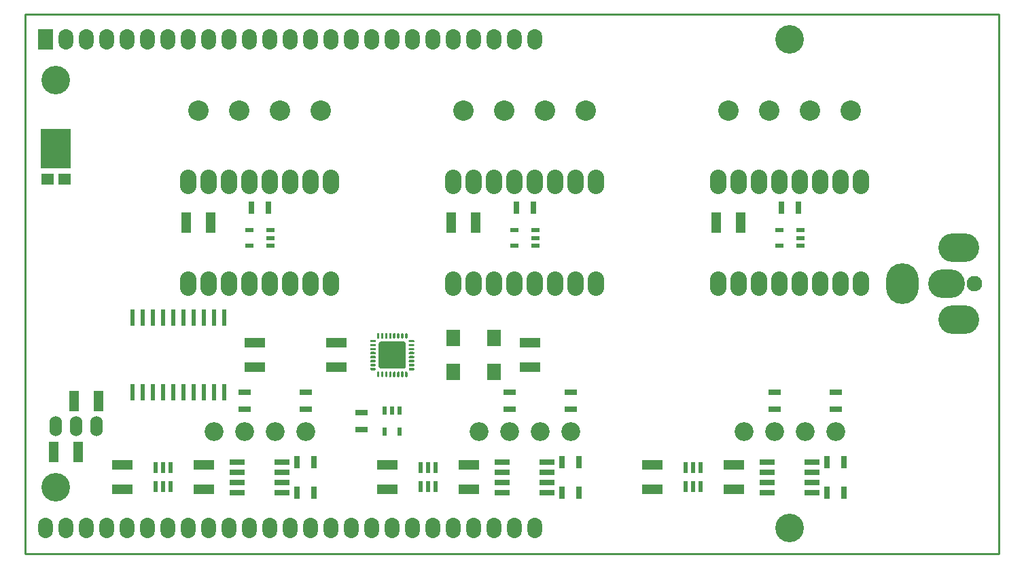
<source format=gbs>
%TF.GenerationSoftware,KiCad,Pcbnew,5.1.0-unknown-2447933~82~ubuntu18.04.1*%
%TF.CreationDate,2019-04-02T11:04:36-04:00*%
%TF.ProjectId,stepper_controller_5x3,73746570-7065-4725-9f63-6f6e74726f6c,1.2*%
%TF.SameCoordinates,Original*%
%TF.FileFunction,Soldermask,Bot*%
%TF.FilePolarity,Negative*%
%FSLAX46Y46*%
G04 Gerber Fmt 4.6, Leading zero omitted, Abs format (unit mm)*
G04 Created by KiCad (PCBNEW 5.1.0-unknown-2447933~82~ubuntu18.04.1) date 2019-04-02 11:04:36*
%MOMM*%
%LPD*%
G04 APERTURE LIST*
%ADD10C,0.228600*%
%ADD11C,0.100000*%
%ADD12C,3.400001*%
%ADD13C,0.300000*%
%ADD14O,2.032000X3.048000*%
%ADD15O,1.854200X2.540000*%
%ADD16C,3.556000*%
%ADD17R,1.854200X2.540000*%
%ADD18R,2.540000X1.270000*%
%ADD19R,1.270000X2.540000*%
%ADD20R,1.800000X2.000000*%
%ADD21R,1.600000X1.440000*%
%ADD22R,3.800000X4.960000*%
%ADD23O,5.080000X3.556000*%
%ADD24O,4.064000X5.080000*%
%ADD25O,4.572000X3.556000*%
%ADD26C,1.930400*%
%ADD27O,1.524000X2.540000*%
%ADD28R,1.600200X0.787400*%
%ADD29R,0.787400X1.600200*%
%ADD30R,1.100000X0.600000*%
%ADD31R,1.910000X0.640000*%
%ADD32R,0.558800X1.330960*%
%ADD33C,2.540000*%
%ADD34C,2.340000*%
%ADD35R,0.600000X1.100000*%
%ADD36R,0.600000X2.000000*%
G04 APERTURE END LIST*
D10*
X191135000Y-71755000D02*
X69850000Y-71755000D01*
X191135000Y-139065000D02*
X191135000Y-71755000D01*
X69850000Y-139065000D02*
X191135000Y-139065000D01*
X69850000Y-71755000D02*
X69850000Y-139065000D01*
D11*
%TO.C,U1*%
G36*
X116963326Y-112601637D02*
G01*
X116996331Y-112606533D01*
X117028697Y-112614640D01*
X117060112Y-112625881D01*
X117090275Y-112640147D01*
X117118894Y-112657300D01*
X117145694Y-112677176D01*
X117170416Y-112699584D01*
X117192824Y-112724306D01*
X117212700Y-112751106D01*
X117229853Y-112779725D01*
X117244119Y-112809888D01*
X117255360Y-112841303D01*
X117263467Y-112873669D01*
X117268363Y-112906674D01*
X117270000Y-112940000D01*
X117270000Y-115660000D01*
X117268363Y-115693326D01*
X117263467Y-115726331D01*
X117255360Y-115758697D01*
X117244119Y-115790112D01*
X117229853Y-115820275D01*
X117212700Y-115848894D01*
X117192824Y-115875694D01*
X117170416Y-115900416D01*
X117145694Y-115922824D01*
X117118894Y-115942700D01*
X117090275Y-115959853D01*
X117060112Y-115974119D01*
X117028697Y-115985360D01*
X116996331Y-115993467D01*
X116963326Y-115998363D01*
X116930000Y-116000000D01*
X114210000Y-116000000D01*
X114176674Y-115998363D01*
X114143669Y-115993467D01*
X114111303Y-115985360D01*
X114079888Y-115974119D01*
X114049725Y-115959853D01*
X114021106Y-115942700D01*
X113994306Y-115922824D01*
X113969584Y-115900416D01*
X113947176Y-115875694D01*
X113927300Y-115848894D01*
X113910147Y-115820275D01*
X113895881Y-115790112D01*
X113884640Y-115758697D01*
X113876533Y-115726331D01*
X113871637Y-115693326D01*
X113870000Y-115660000D01*
X113870000Y-112940000D01*
X113871637Y-112906674D01*
X113876533Y-112873669D01*
X113884640Y-112841303D01*
X113895881Y-112809888D01*
X113910147Y-112779725D01*
X113927300Y-112751106D01*
X113947176Y-112724306D01*
X113969584Y-112699584D01*
X113994306Y-112677176D01*
X114021106Y-112657300D01*
X114049725Y-112640147D01*
X114079888Y-112625881D01*
X114111303Y-112614640D01*
X114143669Y-112606533D01*
X114176674Y-112601637D01*
X114210000Y-112600000D01*
X116930000Y-112600000D01*
X116963326Y-112601637D01*
X116963326Y-112601637D01*
G37*
D12*
X115570000Y-114300000D03*
D11*
G36*
X113834704Y-111550722D02*
G01*
X113849265Y-111552882D01*
X113863544Y-111556459D01*
X113877404Y-111561418D01*
X113890711Y-111567712D01*
X113903337Y-111575280D01*
X113915160Y-111584048D01*
X113926067Y-111593934D01*
X113935953Y-111604841D01*
X113944721Y-111616664D01*
X113952289Y-111629290D01*
X113958583Y-111642597D01*
X113963542Y-111656457D01*
X113967119Y-111670736D01*
X113969279Y-111685297D01*
X113970001Y-111700000D01*
X113970001Y-112100000D01*
X113969279Y-112114703D01*
X113967119Y-112129264D01*
X113963542Y-112143543D01*
X113958583Y-112157403D01*
X113952289Y-112170710D01*
X113944721Y-112183336D01*
X113935953Y-112195159D01*
X113926067Y-112206066D01*
X113915160Y-112215952D01*
X113903337Y-112224720D01*
X113890711Y-112232288D01*
X113877404Y-112238582D01*
X113863544Y-112243541D01*
X113849265Y-112247118D01*
X113834704Y-112249278D01*
X113820001Y-112250000D01*
X113819999Y-112250000D01*
X113805296Y-112249278D01*
X113790735Y-112247118D01*
X113776456Y-112243541D01*
X113762596Y-112238582D01*
X113749289Y-112232288D01*
X113736663Y-112224720D01*
X113724840Y-112215952D01*
X113713933Y-112206066D01*
X113704047Y-112195159D01*
X113695279Y-112183336D01*
X113687711Y-112170710D01*
X113681417Y-112157403D01*
X113676458Y-112143543D01*
X113672881Y-112129264D01*
X113670721Y-112114703D01*
X113669999Y-112100000D01*
X113669999Y-111700000D01*
X113670721Y-111685297D01*
X113672881Y-111670736D01*
X113676458Y-111656457D01*
X113681417Y-111642597D01*
X113687711Y-111629290D01*
X113695279Y-111616664D01*
X113704047Y-111604841D01*
X113713933Y-111593934D01*
X113724840Y-111584048D01*
X113736663Y-111575280D01*
X113749289Y-111567712D01*
X113762596Y-111561418D01*
X113776456Y-111556459D01*
X113790735Y-111552882D01*
X113805296Y-111550722D01*
X113819999Y-111550000D01*
X113820001Y-111550000D01*
X113834704Y-111550722D01*
X113834704Y-111550722D01*
G37*
D13*
X113820000Y-111900000D03*
D11*
G36*
X114334704Y-111550722D02*
G01*
X114349265Y-111552882D01*
X114363544Y-111556459D01*
X114377404Y-111561418D01*
X114390711Y-111567712D01*
X114403337Y-111575280D01*
X114415160Y-111584048D01*
X114426067Y-111593934D01*
X114435953Y-111604841D01*
X114444721Y-111616664D01*
X114452289Y-111629290D01*
X114458583Y-111642597D01*
X114463542Y-111656457D01*
X114467119Y-111670736D01*
X114469279Y-111685297D01*
X114470001Y-111700000D01*
X114470001Y-112100000D01*
X114469279Y-112114703D01*
X114467119Y-112129264D01*
X114463542Y-112143543D01*
X114458583Y-112157403D01*
X114452289Y-112170710D01*
X114444721Y-112183336D01*
X114435953Y-112195159D01*
X114426067Y-112206066D01*
X114415160Y-112215952D01*
X114403337Y-112224720D01*
X114390711Y-112232288D01*
X114377404Y-112238582D01*
X114363544Y-112243541D01*
X114349265Y-112247118D01*
X114334704Y-112249278D01*
X114320001Y-112250000D01*
X114319999Y-112250000D01*
X114305296Y-112249278D01*
X114290735Y-112247118D01*
X114276456Y-112243541D01*
X114262596Y-112238582D01*
X114249289Y-112232288D01*
X114236663Y-112224720D01*
X114224840Y-112215952D01*
X114213933Y-112206066D01*
X114204047Y-112195159D01*
X114195279Y-112183336D01*
X114187711Y-112170710D01*
X114181417Y-112157403D01*
X114176458Y-112143543D01*
X114172881Y-112129264D01*
X114170721Y-112114703D01*
X114169999Y-112100000D01*
X114169999Y-111700000D01*
X114170721Y-111685297D01*
X114172881Y-111670736D01*
X114176458Y-111656457D01*
X114181417Y-111642597D01*
X114187711Y-111629290D01*
X114195279Y-111616664D01*
X114204047Y-111604841D01*
X114213933Y-111593934D01*
X114224840Y-111584048D01*
X114236663Y-111575280D01*
X114249289Y-111567712D01*
X114262596Y-111561418D01*
X114276456Y-111556459D01*
X114290735Y-111552882D01*
X114305296Y-111550722D01*
X114319999Y-111550000D01*
X114320001Y-111550000D01*
X114334704Y-111550722D01*
X114334704Y-111550722D01*
G37*
D13*
X114320000Y-111900000D03*
D11*
G36*
X114834704Y-111550722D02*
G01*
X114849265Y-111552882D01*
X114863544Y-111556459D01*
X114877404Y-111561418D01*
X114890711Y-111567712D01*
X114903337Y-111575280D01*
X114915160Y-111584048D01*
X114926067Y-111593934D01*
X114935953Y-111604841D01*
X114944721Y-111616664D01*
X114952289Y-111629290D01*
X114958583Y-111642597D01*
X114963542Y-111656457D01*
X114967119Y-111670736D01*
X114969279Y-111685297D01*
X114970001Y-111700000D01*
X114970001Y-112100000D01*
X114969279Y-112114703D01*
X114967119Y-112129264D01*
X114963542Y-112143543D01*
X114958583Y-112157403D01*
X114952289Y-112170710D01*
X114944721Y-112183336D01*
X114935953Y-112195159D01*
X114926067Y-112206066D01*
X114915160Y-112215952D01*
X114903337Y-112224720D01*
X114890711Y-112232288D01*
X114877404Y-112238582D01*
X114863544Y-112243541D01*
X114849265Y-112247118D01*
X114834704Y-112249278D01*
X114820001Y-112250000D01*
X114819999Y-112250000D01*
X114805296Y-112249278D01*
X114790735Y-112247118D01*
X114776456Y-112243541D01*
X114762596Y-112238582D01*
X114749289Y-112232288D01*
X114736663Y-112224720D01*
X114724840Y-112215952D01*
X114713933Y-112206066D01*
X114704047Y-112195159D01*
X114695279Y-112183336D01*
X114687711Y-112170710D01*
X114681417Y-112157403D01*
X114676458Y-112143543D01*
X114672881Y-112129264D01*
X114670721Y-112114703D01*
X114669999Y-112100000D01*
X114669999Y-111700000D01*
X114670721Y-111685297D01*
X114672881Y-111670736D01*
X114676458Y-111656457D01*
X114681417Y-111642597D01*
X114687711Y-111629290D01*
X114695279Y-111616664D01*
X114704047Y-111604841D01*
X114713933Y-111593934D01*
X114724840Y-111584048D01*
X114736663Y-111575280D01*
X114749289Y-111567712D01*
X114762596Y-111561418D01*
X114776456Y-111556459D01*
X114790735Y-111552882D01*
X114805296Y-111550722D01*
X114819999Y-111550000D01*
X114820001Y-111550000D01*
X114834704Y-111550722D01*
X114834704Y-111550722D01*
G37*
D13*
X114820000Y-111900000D03*
D11*
G36*
X115334704Y-111550722D02*
G01*
X115349265Y-111552882D01*
X115363544Y-111556459D01*
X115377404Y-111561418D01*
X115390711Y-111567712D01*
X115403337Y-111575280D01*
X115415160Y-111584048D01*
X115426067Y-111593934D01*
X115435953Y-111604841D01*
X115444721Y-111616664D01*
X115452289Y-111629290D01*
X115458583Y-111642597D01*
X115463542Y-111656457D01*
X115467119Y-111670736D01*
X115469279Y-111685297D01*
X115470001Y-111700000D01*
X115470001Y-112100000D01*
X115469279Y-112114703D01*
X115467119Y-112129264D01*
X115463542Y-112143543D01*
X115458583Y-112157403D01*
X115452289Y-112170710D01*
X115444721Y-112183336D01*
X115435953Y-112195159D01*
X115426067Y-112206066D01*
X115415160Y-112215952D01*
X115403337Y-112224720D01*
X115390711Y-112232288D01*
X115377404Y-112238582D01*
X115363544Y-112243541D01*
X115349265Y-112247118D01*
X115334704Y-112249278D01*
X115320001Y-112250000D01*
X115319999Y-112250000D01*
X115305296Y-112249278D01*
X115290735Y-112247118D01*
X115276456Y-112243541D01*
X115262596Y-112238582D01*
X115249289Y-112232288D01*
X115236663Y-112224720D01*
X115224840Y-112215952D01*
X115213933Y-112206066D01*
X115204047Y-112195159D01*
X115195279Y-112183336D01*
X115187711Y-112170710D01*
X115181417Y-112157403D01*
X115176458Y-112143543D01*
X115172881Y-112129264D01*
X115170721Y-112114703D01*
X115169999Y-112100000D01*
X115169999Y-111700000D01*
X115170721Y-111685297D01*
X115172881Y-111670736D01*
X115176458Y-111656457D01*
X115181417Y-111642597D01*
X115187711Y-111629290D01*
X115195279Y-111616664D01*
X115204047Y-111604841D01*
X115213933Y-111593934D01*
X115224840Y-111584048D01*
X115236663Y-111575280D01*
X115249289Y-111567712D01*
X115262596Y-111561418D01*
X115276456Y-111556459D01*
X115290735Y-111552882D01*
X115305296Y-111550722D01*
X115319999Y-111550000D01*
X115320001Y-111550000D01*
X115334704Y-111550722D01*
X115334704Y-111550722D01*
G37*
D13*
X115320000Y-111900000D03*
D11*
G36*
X115834704Y-111550722D02*
G01*
X115849265Y-111552882D01*
X115863544Y-111556459D01*
X115877404Y-111561418D01*
X115890711Y-111567712D01*
X115903337Y-111575280D01*
X115915160Y-111584048D01*
X115926067Y-111593934D01*
X115935953Y-111604841D01*
X115944721Y-111616664D01*
X115952289Y-111629290D01*
X115958583Y-111642597D01*
X115963542Y-111656457D01*
X115967119Y-111670736D01*
X115969279Y-111685297D01*
X115970001Y-111700000D01*
X115970001Y-112100000D01*
X115969279Y-112114703D01*
X115967119Y-112129264D01*
X115963542Y-112143543D01*
X115958583Y-112157403D01*
X115952289Y-112170710D01*
X115944721Y-112183336D01*
X115935953Y-112195159D01*
X115926067Y-112206066D01*
X115915160Y-112215952D01*
X115903337Y-112224720D01*
X115890711Y-112232288D01*
X115877404Y-112238582D01*
X115863544Y-112243541D01*
X115849265Y-112247118D01*
X115834704Y-112249278D01*
X115820001Y-112250000D01*
X115819999Y-112250000D01*
X115805296Y-112249278D01*
X115790735Y-112247118D01*
X115776456Y-112243541D01*
X115762596Y-112238582D01*
X115749289Y-112232288D01*
X115736663Y-112224720D01*
X115724840Y-112215952D01*
X115713933Y-112206066D01*
X115704047Y-112195159D01*
X115695279Y-112183336D01*
X115687711Y-112170710D01*
X115681417Y-112157403D01*
X115676458Y-112143543D01*
X115672881Y-112129264D01*
X115670721Y-112114703D01*
X115669999Y-112100000D01*
X115669999Y-111700000D01*
X115670721Y-111685297D01*
X115672881Y-111670736D01*
X115676458Y-111656457D01*
X115681417Y-111642597D01*
X115687711Y-111629290D01*
X115695279Y-111616664D01*
X115704047Y-111604841D01*
X115713933Y-111593934D01*
X115724840Y-111584048D01*
X115736663Y-111575280D01*
X115749289Y-111567712D01*
X115762596Y-111561418D01*
X115776456Y-111556459D01*
X115790735Y-111552882D01*
X115805296Y-111550722D01*
X115819999Y-111550000D01*
X115820001Y-111550000D01*
X115834704Y-111550722D01*
X115834704Y-111550722D01*
G37*
D13*
X115820000Y-111900000D03*
D11*
G36*
X116334704Y-111550722D02*
G01*
X116349265Y-111552882D01*
X116363544Y-111556459D01*
X116377404Y-111561418D01*
X116390711Y-111567712D01*
X116403337Y-111575280D01*
X116415160Y-111584048D01*
X116426067Y-111593934D01*
X116435953Y-111604841D01*
X116444721Y-111616664D01*
X116452289Y-111629290D01*
X116458583Y-111642597D01*
X116463542Y-111656457D01*
X116467119Y-111670736D01*
X116469279Y-111685297D01*
X116470001Y-111700000D01*
X116470001Y-112100000D01*
X116469279Y-112114703D01*
X116467119Y-112129264D01*
X116463542Y-112143543D01*
X116458583Y-112157403D01*
X116452289Y-112170710D01*
X116444721Y-112183336D01*
X116435953Y-112195159D01*
X116426067Y-112206066D01*
X116415160Y-112215952D01*
X116403337Y-112224720D01*
X116390711Y-112232288D01*
X116377404Y-112238582D01*
X116363544Y-112243541D01*
X116349265Y-112247118D01*
X116334704Y-112249278D01*
X116320001Y-112250000D01*
X116319999Y-112250000D01*
X116305296Y-112249278D01*
X116290735Y-112247118D01*
X116276456Y-112243541D01*
X116262596Y-112238582D01*
X116249289Y-112232288D01*
X116236663Y-112224720D01*
X116224840Y-112215952D01*
X116213933Y-112206066D01*
X116204047Y-112195159D01*
X116195279Y-112183336D01*
X116187711Y-112170710D01*
X116181417Y-112157403D01*
X116176458Y-112143543D01*
X116172881Y-112129264D01*
X116170721Y-112114703D01*
X116169999Y-112100000D01*
X116169999Y-111700000D01*
X116170721Y-111685297D01*
X116172881Y-111670736D01*
X116176458Y-111656457D01*
X116181417Y-111642597D01*
X116187711Y-111629290D01*
X116195279Y-111616664D01*
X116204047Y-111604841D01*
X116213933Y-111593934D01*
X116224840Y-111584048D01*
X116236663Y-111575280D01*
X116249289Y-111567712D01*
X116262596Y-111561418D01*
X116276456Y-111556459D01*
X116290735Y-111552882D01*
X116305296Y-111550722D01*
X116319999Y-111550000D01*
X116320001Y-111550000D01*
X116334704Y-111550722D01*
X116334704Y-111550722D01*
G37*
D13*
X116320000Y-111900000D03*
D11*
G36*
X116834704Y-111550722D02*
G01*
X116849265Y-111552882D01*
X116863544Y-111556459D01*
X116877404Y-111561418D01*
X116890711Y-111567712D01*
X116903337Y-111575280D01*
X116915160Y-111584048D01*
X116926067Y-111593934D01*
X116935953Y-111604841D01*
X116944721Y-111616664D01*
X116952289Y-111629290D01*
X116958583Y-111642597D01*
X116963542Y-111656457D01*
X116967119Y-111670736D01*
X116969279Y-111685297D01*
X116970001Y-111700000D01*
X116970001Y-112100000D01*
X116969279Y-112114703D01*
X116967119Y-112129264D01*
X116963542Y-112143543D01*
X116958583Y-112157403D01*
X116952289Y-112170710D01*
X116944721Y-112183336D01*
X116935953Y-112195159D01*
X116926067Y-112206066D01*
X116915160Y-112215952D01*
X116903337Y-112224720D01*
X116890711Y-112232288D01*
X116877404Y-112238582D01*
X116863544Y-112243541D01*
X116849265Y-112247118D01*
X116834704Y-112249278D01*
X116820001Y-112250000D01*
X116819999Y-112250000D01*
X116805296Y-112249278D01*
X116790735Y-112247118D01*
X116776456Y-112243541D01*
X116762596Y-112238582D01*
X116749289Y-112232288D01*
X116736663Y-112224720D01*
X116724840Y-112215952D01*
X116713933Y-112206066D01*
X116704047Y-112195159D01*
X116695279Y-112183336D01*
X116687711Y-112170710D01*
X116681417Y-112157403D01*
X116676458Y-112143543D01*
X116672881Y-112129264D01*
X116670721Y-112114703D01*
X116669999Y-112100000D01*
X116669999Y-111700000D01*
X116670721Y-111685297D01*
X116672881Y-111670736D01*
X116676458Y-111656457D01*
X116681417Y-111642597D01*
X116687711Y-111629290D01*
X116695279Y-111616664D01*
X116704047Y-111604841D01*
X116713933Y-111593934D01*
X116724840Y-111584048D01*
X116736663Y-111575280D01*
X116749289Y-111567712D01*
X116762596Y-111561418D01*
X116776456Y-111556459D01*
X116790735Y-111552882D01*
X116805296Y-111550722D01*
X116819999Y-111550000D01*
X116820001Y-111550000D01*
X116834704Y-111550722D01*
X116834704Y-111550722D01*
G37*
D13*
X116820000Y-111900000D03*
D11*
G36*
X117334704Y-111550722D02*
G01*
X117349265Y-111552882D01*
X117363544Y-111556459D01*
X117377404Y-111561418D01*
X117390711Y-111567712D01*
X117403337Y-111575280D01*
X117415160Y-111584048D01*
X117426067Y-111593934D01*
X117435953Y-111604841D01*
X117444721Y-111616664D01*
X117452289Y-111629290D01*
X117458583Y-111642597D01*
X117463542Y-111656457D01*
X117467119Y-111670736D01*
X117469279Y-111685297D01*
X117470001Y-111700000D01*
X117470001Y-112100000D01*
X117469279Y-112114703D01*
X117467119Y-112129264D01*
X117463542Y-112143543D01*
X117458583Y-112157403D01*
X117452289Y-112170710D01*
X117444721Y-112183336D01*
X117435953Y-112195159D01*
X117426067Y-112206066D01*
X117415160Y-112215952D01*
X117403337Y-112224720D01*
X117390711Y-112232288D01*
X117377404Y-112238582D01*
X117363544Y-112243541D01*
X117349265Y-112247118D01*
X117334704Y-112249278D01*
X117320001Y-112250000D01*
X117319999Y-112250000D01*
X117305296Y-112249278D01*
X117290735Y-112247118D01*
X117276456Y-112243541D01*
X117262596Y-112238582D01*
X117249289Y-112232288D01*
X117236663Y-112224720D01*
X117224840Y-112215952D01*
X117213933Y-112206066D01*
X117204047Y-112195159D01*
X117195279Y-112183336D01*
X117187711Y-112170710D01*
X117181417Y-112157403D01*
X117176458Y-112143543D01*
X117172881Y-112129264D01*
X117170721Y-112114703D01*
X117169999Y-112100000D01*
X117169999Y-111700000D01*
X117170721Y-111685297D01*
X117172881Y-111670736D01*
X117176458Y-111656457D01*
X117181417Y-111642597D01*
X117187711Y-111629290D01*
X117195279Y-111616664D01*
X117204047Y-111604841D01*
X117213933Y-111593934D01*
X117224840Y-111584048D01*
X117236663Y-111575280D01*
X117249289Y-111567712D01*
X117262596Y-111561418D01*
X117276456Y-111556459D01*
X117290735Y-111552882D01*
X117305296Y-111550722D01*
X117319999Y-111550000D01*
X117320001Y-111550000D01*
X117334704Y-111550722D01*
X117334704Y-111550722D01*
G37*
D13*
X117320000Y-111900000D03*
D11*
G36*
X117334704Y-116350722D02*
G01*
X117349265Y-116352882D01*
X117363544Y-116356459D01*
X117377404Y-116361418D01*
X117390711Y-116367712D01*
X117403337Y-116375280D01*
X117415160Y-116384048D01*
X117426067Y-116393934D01*
X117435953Y-116404841D01*
X117444721Y-116416664D01*
X117452289Y-116429290D01*
X117458583Y-116442597D01*
X117463542Y-116456457D01*
X117467119Y-116470736D01*
X117469279Y-116485297D01*
X117470001Y-116500000D01*
X117470001Y-116900000D01*
X117469279Y-116914703D01*
X117467119Y-116929264D01*
X117463542Y-116943543D01*
X117458583Y-116957403D01*
X117452289Y-116970710D01*
X117444721Y-116983336D01*
X117435953Y-116995159D01*
X117426067Y-117006066D01*
X117415160Y-117015952D01*
X117403337Y-117024720D01*
X117390711Y-117032288D01*
X117377404Y-117038582D01*
X117363544Y-117043541D01*
X117349265Y-117047118D01*
X117334704Y-117049278D01*
X117320001Y-117050000D01*
X117319999Y-117050000D01*
X117305296Y-117049278D01*
X117290735Y-117047118D01*
X117276456Y-117043541D01*
X117262596Y-117038582D01*
X117249289Y-117032288D01*
X117236663Y-117024720D01*
X117224840Y-117015952D01*
X117213933Y-117006066D01*
X117204047Y-116995159D01*
X117195279Y-116983336D01*
X117187711Y-116970710D01*
X117181417Y-116957403D01*
X117176458Y-116943543D01*
X117172881Y-116929264D01*
X117170721Y-116914703D01*
X117169999Y-116900000D01*
X117169999Y-116500000D01*
X117170721Y-116485297D01*
X117172881Y-116470736D01*
X117176458Y-116456457D01*
X117181417Y-116442597D01*
X117187711Y-116429290D01*
X117195279Y-116416664D01*
X117204047Y-116404841D01*
X117213933Y-116393934D01*
X117224840Y-116384048D01*
X117236663Y-116375280D01*
X117249289Y-116367712D01*
X117262596Y-116361418D01*
X117276456Y-116356459D01*
X117290735Y-116352882D01*
X117305296Y-116350722D01*
X117319999Y-116350000D01*
X117320001Y-116350000D01*
X117334704Y-116350722D01*
X117334704Y-116350722D01*
G37*
D13*
X117320000Y-116700000D03*
D11*
G36*
X116834704Y-116350722D02*
G01*
X116849265Y-116352882D01*
X116863544Y-116356459D01*
X116877404Y-116361418D01*
X116890711Y-116367712D01*
X116903337Y-116375280D01*
X116915160Y-116384048D01*
X116926067Y-116393934D01*
X116935953Y-116404841D01*
X116944721Y-116416664D01*
X116952289Y-116429290D01*
X116958583Y-116442597D01*
X116963542Y-116456457D01*
X116967119Y-116470736D01*
X116969279Y-116485297D01*
X116970001Y-116500000D01*
X116970001Y-116900000D01*
X116969279Y-116914703D01*
X116967119Y-116929264D01*
X116963542Y-116943543D01*
X116958583Y-116957403D01*
X116952289Y-116970710D01*
X116944721Y-116983336D01*
X116935953Y-116995159D01*
X116926067Y-117006066D01*
X116915160Y-117015952D01*
X116903337Y-117024720D01*
X116890711Y-117032288D01*
X116877404Y-117038582D01*
X116863544Y-117043541D01*
X116849265Y-117047118D01*
X116834704Y-117049278D01*
X116820001Y-117050000D01*
X116819999Y-117050000D01*
X116805296Y-117049278D01*
X116790735Y-117047118D01*
X116776456Y-117043541D01*
X116762596Y-117038582D01*
X116749289Y-117032288D01*
X116736663Y-117024720D01*
X116724840Y-117015952D01*
X116713933Y-117006066D01*
X116704047Y-116995159D01*
X116695279Y-116983336D01*
X116687711Y-116970710D01*
X116681417Y-116957403D01*
X116676458Y-116943543D01*
X116672881Y-116929264D01*
X116670721Y-116914703D01*
X116669999Y-116900000D01*
X116669999Y-116500000D01*
X116670721Y-116485297D01*
X116672881Y-116470736D01*
X116676458Y-116456457D01*
X116681417Y-116442597D01*
X116687711Y-116429290D01*
X116695279Y-116416664D01*
X116704047Y-116404841D01*
X116713933Y-116393934D01*
X116724840Y-116384048D01*
X116736663Y-116375280D01*
X116749289Y-116367712D01*
X116762596Y-116361418D01*
X116776456Y-116356459D01*
X116790735Y-116352882D01*
X116805296Y-116350722D01*
X116819999Y-116350000D01*
X116820001Y-116350000D01*
X116834704Y-116350722D01*
X116834704Y-116350722D01*
G37*
D13*
X116820000Y-116700000D03*
D11*
G36*
X116334704Y-116350722D02*
G01*
X116349265Y-116352882D01*
X116363544Y-116356459D01*
X116377404Y-116361418D01*
X116390711Y-116367712D01*
X116403337Y-116375280D01*
X116415160Y-116384048D01*
X116426067Y-116393934D01*
X116435953Y-116404841D01*
X116444721Y-116416664D01*
X116452289Y-116429290D01*
X116458583Y-116442597D01*
X116463542Y-116456457D01*
X116467119Y-116470736D01*
X116469279Y-116485297D01*
X116470001Y-116500000D01*
X116470001Y-116900000D01*
X116469279Y-116914703D01*
X116467119Y-116929264D01*
X116463542Y-116943543D01*
X116458583Y-116957403D01*
X116452289Y-116970710D01*
X116444721Y-116983336D01*
X116435953Y-116995159D01*
X116426067Y-117006066D01*
X116415160Y-117015952D01*
X116403337Y-117024720D01*
X116390711Y-117032288D01*
X116377404Y-117038582D01*
X116363544Y-117043541D01*
X116349265Y-117047118D01*
X116334704Y-117049278D01*
X116320001Y-117050000D01*
X116319999Y-117050000D01*
X116305296Y-117049278D01*
X116290735Y-117047118D01*
X116276456Y-117043541D01*
X116262596Y-117038582D01*
X116249289Y-117032288D01*
X116236663Y-117024720D01*
X116224840Y-117015952D01*
X116213933Y-117006066D01*
X116204047Y-116995159D01*
X116195279Y-116983336D01*
X116187711Y-116970710D01*
X116181417Y-116957403D01*
X116176458Y-116943543D01*
X116172881Y-116929264D01*
X116170721Y-116914703D01*
X116169999Y-116900000D01*
X116169999Y-116500000D01*
X116170721Y-116485297D01*
X116172881Y-116470736D01*
X116176458Y-116456457D01*
X116181417Y-116442597D01*
X116187711Y-116429290D01*
X116195279Y-116416664D01*
X116204047Y-116404841D01*
X116213933Y-116393934D01*
X116224840Y-116384048D01*
X116236663Y-116375280D01*
X116249289Y-116367712D01*
X116262596Y-116361418D01*
X116276456Y-116356459D01*
X116290735Y-116352882D01*
X116305296Y-116350722D01*
X116319999Y-116350000D01*
X116320001Y-116350000D01*
X116334704Y-116350722D01*
X116334704Y-116350722D01*
G37*
D13*
X116320000Y-116700000D03*
D11*
G36*
X115834704Y-116350722D02*
G01*
X115849265Y-116352882D01*
X115863544Y-116356459D01*
X115877404Y-116361418D01*
X115890711Y-116367712D01*
X115903337Y-116375280D01*
X115915160Y-116384048D01*
X115926067Y-116393934D01*
X115935953Y-116404841D01*
X115944721Y-116416664D01*
X115952289Y-116429290D01*
X115958583Y-116442597D01*
X115963542Y-116456457D01*
X115967119Y-116470736D01*
X115969279Y-116485297D01*
X115970001Y-116500000D01*
X115970001Y-116900000D01*
X115969279Y-116914703D01*
X115967119Y-116929264D01*
X115963542Y-116943543D01*
X115958583Y-116957403D01*
X115952289Y-116970710D01*
X115944721Y-116983336D01*
X115935953Y-116995159D01*
X115926067Y-117006066D01*
X115915160Y-117015952D01*
X115903337Y-117024720D01*
X115890711Y-117032288D01*
X115877404Y-117038582D01*
X115863544Y-117043541D01*
X115849265Y-117047118D01*
X115834704Y-117049278D01*
X115820001Y-117050000D01*
X115819999Y-117050000D01*
X115805296Y-117049278D01*
X115790735Y-117047118D01*
X115776456Y-117043541D01*
X115762596Y-117038582D01*
X115749289Y-117032288D01*
X115736663Y-117024720D01*
X115724840Y-117015952D01*
X115713933Y-117006066D01*
X115704047Y-116995159D01*
X115695279Y-116983336D01*
X115687711Y-116970710D01*
X115681417Y-116957403D01*
X115676458Y-116943543D01*
X115672881Y-116929264D01*
X115670721Y-116914703D01*
X115669999Y-116900000D01*
X115669999Y-116500000D01*
X115670721Y-116485297D01*
X115672881Y-116470736D01*
X115676458Y-116456457D01*
X115681417Y-116442597D01*
X115687711Y-116429290D01*
X115695279Y-116416664D01*
X115704047Y-116404841D01*
X115713933Y-116393934D01*
X115724840Y-116384048D01*
X115736663Y-116375280D01*
X115749289Y-116367712D01*
X115762596Y-116361418D01*
X115776456Y-116356459D01*
X115790735Y-116352882D01*
X115805296Y-116350722D01*
X115819999Y-116350000D01*
X115820001Y-116350000D01*
X115834704Y-116350722D01*
X115834704Y-116350722D01*
G37*
D13*
X115820000Y-116700000D03*
D11*
G36*
X115334704Y-116350722D02*
G01*
X115349265Y-116352882D01*
X115363544Y-116356459D01*
X115377404Y-116361418D01*
X115390711Y-116367712D01*
X115403337Y-116375280D01*
X115415160Y-116384048D01*
X115426067Y-116393934D01*
X115435953Y-116404841D01*
X115444721Y-116416664D01*
X115452289Y-116429290D01*
X115458583Y-116442597D01*
X115463542Y-116456457D01*
X115467119Y-116470736D01*
X115469279Y-116485297D01*
X115470001Y-116500000D01*
X115470001Y-116900000D01*
X115469279Y-116914703D01*
X115467119Y-116929264D01*
X115463542Y-116943543D01*
X115458583Y-116957403D01*
X115452289Y-116970710D01*
X115444721Y-116983336D01*
X115435953Y-116995159D01*
X115426067Y-117006066D01*
X115415160Y-117015952D01*
X115403337Y-117024720D01*
X115390711Y-117032288D01*
X115377404Y-117038582D01*
X115363544Y-117043541D01*
X115349265Y-117047118D01*
X115334704Y-117049278D01*
X115320001Y-117050000D01*
X115319999Y-117050000D01*
X115305296Y-117049278D01*
X115290735Y-117047118D01*
X115276456Y-117043541D01*
X115262596Y-117038582D01*
X115249289Y-117032288D01*
X115236663Y-117024720D01*
X115224840Y-117015952D01*
X115213933Y-117006066D01*
X115204047Y-116995159D01*
X115195279Y-116983336D01*
X115187711Y-116970710D01*
X115181417Y-116957403D01*
X115176458Y-116943543D01*
X115172881Y-116929264D01*
X115170721Y-116914703D01*
X115169999Y-116900000D01*
X115169999Y-116500000D01*
X115170721Y-116485297D01*
X115172881Y-116470736D01*
X115176458Y-116456457D01*
X115181417Y-116442597D01*
X115187711Y-116429290D01*
X115195279Y-116416664D01*
X115204047Y-116404841D01*
X115213933Y-116393934D01*
X115224840Y-116384048D01*
X115236663Y-116375280D01*
X115249289Y-116367712D01*
X115262596Y-116361418D01*
X115276456Y-116356459D01*
X115290735Y-116352882D01*
X115305296Y-116350722D01*
X115319999Y-116350000D01*
X115320001Y-116350000D01*
X115334704Y-116350722D01*
X115334704Y-116350722D01*
G37*
D13*
X115320000Y-116700000D03*
D11*
G36*
X114834704Y-116350722D02*
G01*
X114849265Y-116352882D01*
X114863544Y-116356459D01*
X114877404Y-116361418D01*
X114890711Y-116367712D01*
X114903337Y-116375280D01*
X114915160Y-116384048D01*
X114926067Y-116393934D01*
X114935953Y-116404841D01*
X114944721Y-116416664D01*
X114952289Y-116429290D01*
X114958583Y-116442597D01*
X114963542Y-116456457D01*
X114967119Y-116470736D01*
X114969279Y-116485297D01*
X114970001Y-116500000D01*
X114970001Y-116900000D01*
X114969279Y-116914703D01*
X114967119Y-116929264D01*
X114963542Y-116943543D01*
X114958583Y-116957403D01*
X114952289Y-116970710D01*
X114944721Y-116983336D01*
X114935953Y-116995159D01*
X114926067Y-117006066D01*
X114915160Y-117015952D01*
X114903337Y-117024720D01*
X114890711Y-117032288D01*
X114877404Y-117038582D01*
X114863544Y-117043541D01*
X114849265Y-117047118D01*
X114834704Y-117049278D01*
X114820001Y-117050000D01*
X114819999Y-117050000D01*
X114805296Y-117049278D01*
X114790735Y-117047118D01*
X114776456Y-117043541D01*
X114762596Y-117038582D01*
X114749289Y-117032288D01*
X114736663Y-117024720D01*
X114724840Y-117015952D01*
X114713933Y-117006066D01*
X114704047Y-116995159D01*
X114695279Y-116983336D01*
X114687711Y-116970710D01*
X114681417Y-116957403D01*
X114676458Y-116943543D01*
X114672881Y-116929264D01*
X114670721Y-116914703D01*
X114669999Y-116900000D01*
X114669999Y-116500000D01*
X114670721Y-116485297D01*
X114672881Y-116470736D01*
X114676458Y-116456457D01*
X114681417Y-116442597D01*
X114687711Y-116429290D01*
X114695279Y-116416664D01*
X114704047Y-116404841D01*
X114713933Y-116393934D01*
X114724840Y-116384048D01*
X114736663Y-116375280D01*
X114749289Y-116367712D01*
X114762596Y-116361418D01*
X114776456Y-116356459D01*
X114790735Y-116352882D01*
X114805296Y-116350722D01*
X114819999Y-116350000D01*
X114820001Y-116350000D01*
X114834704Y-116350722D01*
X114834704Y-116350722D01*
G37*
D13*
X114820000Y-116700000D03*
D11*
G36*
X114334704Y-116350722D02*
G01*
X114349265Y-116352882D01*
X114363544Y-116356459D01*
X114377404Y-116361418D01*
X114390711Y-116367712D01*
X114403337Y-116375280D01*
X114415160Y-116384048D01*
X114426067Y-116393934D01*
X114435953Y-116404841D01*
X114444721Y-116416664D01*
X114452289Y-116429290D01*
X114458583Y-116442597D01*
X114463542Y-116456457D01*
X114467119Y-116470736D01*
X114469279Y-116485297D01*
X114470001Y-116500000D01*
X114470001Y-116900000D01*
X114469279Y-116914703D01*
X114467119Y-116929264D01*
X114463542Y-116943543D01*
X114458583Y-116957403D01*
X114452289Y-116970710D01*
X114444721Y-116983336D01*
X114435953Y-116995159D01*
X114426067Y-117006066D01*
X114415160Y-117015952D01*
X114403337Y-117024720D01*
X114390711Y-117032288D01*
X114377404Y-117038582D01*
X114363544Y-117043541D01*
X114349265Y-117047118D01*
X114334704Y-117049278D01*
X114320001Y-117050000D01*
X114319999Y-117050000D01*
X114305296Y-117049278D01*
X114290735Y-117047118D01*
X114276456Y-117043541D01*
X114262596Y-117038582D01*
X114249289Y-117032288D01*
X114236663Y-117024720D01*
X114224840Y-117015952D01*
X114213933Y-117006066D01*
X114204047Y-116995159D01*
X114195279Y-116983336D01*
X114187711Y-116970710D01*
X114181417Y-116957403D01*
X114176458Y-116943543D01*
X114172881Y-116929264D01*
X114170721Y-116914703D01*
X114169999Y-116900000D01*
X114169999Y-116500000D01*
X114170721Y-116485297D01*
X114172881Y-116470736D01*
X114176458Y-116456457D01*
X114181417Y-116442597D01*
X114187711Y-116429290D01*
X114195279Y-116416664D01*
X114204047Y-116404841D01*
X114213933Y-116393934D01*
X114224840Y-116384048D01*
X114236663Y-116375280D01*
X114249289Y-116367712D01*
X114262596Y-116361418D01*
X114276456Y-116356459D01*
X114290735Y-116352882D01*
X114305296Y-116350722D01*
X114319999Y-116350000D01*
X114320001Y-116350000D01*
X114334704Y-116350722D01*
X114334704Y-116350722D01*
G37*
D13*
X114320000Y-116700000D03*
D11*
G36*
X113834704Y-116350722D02*
G01*
X113849265Y-116352882D01*
X113863544Y-116356459D01*
X113877404Y-116361418D01*
X113890711Y-116367712D01*
X113903337Y-116375280D01*
X113915160Y-116384048D01*
X113926067Y-116393934D01*
X113935953Y-116404841D01*
X113944721Y-116416664D01*
X113952289Y-116429290D01*
X113958583Y-116442597D01*
X113963542Y-116456457D01*
X113967119Y-116470736D01*
X113969279Y-116485297D01*
X113970001Y-116500000D01*
X113970001Y-116900000D01*
X113969279Y-116914703D01*
X113967119Y-116929264D01*
X113963542Y-116943543D01*
X113958583Y-116957403D01*
X113952289Y-116970710D01*
X113944721Y-116983336D01*
X113935953Y-116995159D01*
X113926067Y-117006066D01*
X113915160Y-117015952D01*
X113903337Y-117024720D01*
X113890711Y-117032288D01*
X113877404Y-117038582D01*
X113863544Y-117043541D01*
X113849265Y-117047118D01*
X113834704Y-117049278D01*
X113820001Y-117050000D01*
X113819999Y-117050000D01*
X113805296Y-117049278D01*
X113790735Y-117047118D01*
X113776456Y-117043541D01*
X113762596Y-117038582D01*
X113749289Y-117032288D01*
X113736663Y-117024720D01*
X113724840Y-117015952D01*
X113713933Y-117006066D01*
X113704047Y-116995159D01*
X113695279Y-116983336D01*
X113687711Y-116970710D01*
X113681417Y-116957403D01*
X113676458Y-116943543D01*
X113672881Y-116929264D01*
X113670721Y-116914703D01*
X113669999Y-116900000D01*
X113669999Y-116500000D01*
X113670721Y-116485297D01*
X113672881Y-116470736D01*
X113676458Y-116456457D01*
X113681417Y-116442597D01*
X113687711Y-116429290D01*
X113695279Y-116416664D01*
X113704047Y-116404841D01*
X113713933Y-116393934D01*
X113724840Y-116384048D01*
X113736663Y-116375280D01*
X113749289Y-116367712D01*
X113762596Y-116361418D01*
X113776456Y-116356459D01*
X113790735Y-116352882D01*
X113805296Y-116350722D01*
X113819999Y-116350000D01*
X113820001Y-116350000D01*
X113834704Y-116350722D01*
X113834704Y-116350722D01*
G37*
D13*
X113820000Y-116700000D03*
D11*
G36*
X118184703Y-112400721D02*
G01*
X118199264Y-112402881D01*
X118213543Y-112406458D01*
X118227403Y-112411417D01*
X118240710Y-112417711D01*
X118253336Y-112425279D01*
X118265159Y-112434047D01*
X118276066Y-112443933D01*
X118285952Y-112454840D01*
X118294720Y-112466663D01*
X118302288Y-112479289D01*
X118308582Y-112492596D01*
X118313541Y-112506456D01*
X118317118Y-112520735D01*
X118319278Y-112535296D01*
X118320000Y-112549999D01*
X118320000Y-112550001D01*
X118319278Y-112564704D01*
X118317118Y-112579265D01*
X118313541Y-112593544D01*
X118308582Y-112607404D01*
X118302288Y-112620711D01*
X118294720Y-112633337D01*
X118285952Y-112645160D01*
X118276066Y-112656067D01*
X118265159Y-112665953D01*
X118253336Y-112674721D01*
X118240710Y-112682289D01*
X118227403Y-112688583D01*
X118213543Y-112693542D01*
X118199264Y-112697119D01*
X118184703Y-112699279D01*
X118170000Y-112700001D01*
X117770000Y-112700001D01*
X117755297Y-112699279D01*
X117740736Y-112697119D01*
X117726457Y-112693542D01*
X117712597Y-112688583D01*
X117699290Y-112682289D01*
X117686664Y-112674721D01*
X117674841Y-112665953D01*
X117663934Y-112656067D01*
X117654048Y-112645160D01*
X117645280Y-112633337D01*
X117637712Y-112620711D01*
X117631418Y-112607404D01*
X117626459Y-112593544D01*
X117622882Y-112579265D01*
X117620722Y-112564704D01*
X117620000Y-112550001D01*
X117620000Y-112549999D01*
X117620722Y-112535296D01*
X117622882Y-112520735D01*
X117626459Y-112506456D01*
X117631418Y-112492596D01*
X117637712Y-112479289D01*
X117645280Y-112466663D01*
X117654048Y-112454840D01*
X117663934Y-112443933D01*
X117674841Y-112434047D01*
X117686664Y-112425279D01*
X117699290Y-112417711D01*
X117712597Y-112411417D01*
X117726457Y-112406458D01*
X117740736Y-112402881D01*
X117755297Y-112400721D01*
X117770000Y-112399999D01*
X118170000Y-112399999D01*
X118184703Y-112400721D01*
X118184703Y-112400721D01*
G37*
D13*
X117970000Y-112550000D03*
D11*
G36*
X118184703Y-112900721D02*
G01*
X118199264Y-112902881D01*
X118213543Y-112906458D01*
X118227403Y-112911417D01*
X118240710Y-112917711D01*
X118253336Y-112925279D01*
X118265159Y-112934047D01*
X118276066Y-112943933D01*
X118285952Y-112954840D01*
X118294720Y-112966663D01*
X118302288Y-112979289D01*
X118308582Y-112992596D01*
X118313541Y-113006456D01*
X118317118Y-113020735D01*
X118319278Y-113035296D01*
X118320000Y-113049999D01*
X118320000Y-113050001D01*
X118319278Y-113064704D01*
X118317118Y-113079265D01*
X118313541Y-113093544D01*
X118308582Y-113107404D01*
X118302288Y-113120711D01*
X118294720Y-113133337D01*
X118285952Y-113145160D01*
X118276066Y-113156067D01*
X118265159Y-113165953D01*
X118253336Y-113174721D01*
X118240710Y-113182289D01*
X118227403Y-113188583D01*
X118213543Y-113193542D01*
X118199264Y-113197119D01*
X118184703Y-113199279D01*
X118170000Y-113200001D01*
X117770000Y-113200001D01*
X117755297Y-113199279D01*
X117740736Y-113197119D01*
X117726457Y-113193542D01*
X117712597Y-113188583D01*
X117699290Y-113182289D01*
X117686664Y-113174721D01*
X117674841Y-113165953D01*
X117663934Y-113156067D01*
X117654048Y-113145160D01*
X117645280Y-113133337D01*
X117637712Y-113120711D01*
X117631418Y-113107404D01*
X117626459Y-113093544D01*
X117622882Y-113079265D01*
X117620722Y-113064704D01*
X117620000Y-113050001D01*
X117620000Y-113049999D01*
X117620722Y-113035296D01*
X117622882Y-113020735D01*
X117626459Y-113006456D01*
X117631418Y-112992596D01*
X117637712Y-112979289D01*
X117645280Y-112966663D01*
X117654048Y-112954840D01*
X117663934Y-112943933D01*
X117674841Y-112934047D01*
X117686664Y-112925279D01*
X117699290Y-112917711D01*
X117712597Y-112911417D01*
X117726457Y-112906458D01*
X117740736Y-112902881D01*
X117755297Y-112900721D01*
X117770000Y-112899999D01*
X118170000Y-112899999D01*
X118184703Y-112900721D01*
X118184703Y-112900721D01*
G37*
D13*
X117970000Y-113050000D03*
D11*
G36*
X118184703Y-113400721D02*
G01*
X118199264Y-113402881D01*
X118213543Y-113406458D01*
X118227403Y-113411417D01*
X118240710Y-113417711D01*
X118253336Y-113425279D01*
X118265159Y-113434047D01*
X118276066Y-113443933D01*
X118285952Y-113454840D01*
X118294720Y-113466663D01*
X118302288Y-113479289D01*
X118308582Y-113492596D01*
X118313541Y-113506456D01*
X118317118Y-113520735D01*
X118319278Y-113535296D01*
X118320000Y-113549999D01*
X118320000Y-113550001D01*
X118319278Y-113564704D01*
X118317118Y-113579265D01*
X118313541Y-113593544D01*
X118308582Y-113607404D01*
X118302288Y-113620711D01*
X118294720Y-113633337D01*
X118285952Y-113645160D01*
X118276066Y-113656067D01*
X118265159Y-113665953D01*
X118253336Y-113674721D01*
X118240710Y-113682289D01*
X118227403Y-113688583D01*
X118213543Y-113693542D01*
X118199264Y-113697119D01*
X118184703Y-113699279D01*
X118170000Y-113700001D01*
X117770000Y-113700001D01*
X117755297Y-113699279D01*
X117740736Y-113697119D01*
X117726457Y-113693542D01*
X117712597Y-113688583D01*
X117699290Y-113682289D01*
X117686664Y-113674721D01*
X117674841Y-113665953D01*
X117663934Y-113656067D01*
X117654048Y-113645160D01*
X117645280Y-113633337D01*
X117637712Y-113620711D01*
X117631418Y-113607404D01*
X117626459Y-113593544D01*
X117622882Y-113579265D01*
X117620722Y-113564704D01*
X117620000Y-113550001D01*
X117620000Y-113549999D01*
X117620722Y-113535296D01*
X117622882Y-113520735D01*
X117626459Y-113506456D01*
X117631418Y-113492596D01*
X117637712Y-113479289D01*
X117645280Y-113466663D01*
X117654048Y-113454840D01*
X117663934Y-113443933D01*
X117674841Y-113434047D01*
X117686664Y-113425279D01*
X117699290Y-113417711D01*
X117712597Y-113411417D01*
X117726457Y-113406458D01*
X117740736Y-113402881D01*
X117755297Y-113400721D01*
X117770000Y-113399999D01*
X118170000Y-113399999D01*
X118184703Y-113400721D01*
X118184703Y-113400721D01*
G37*
D13*
X117970000Y-113550000D03*
D11*
G36*
X118184703Y-113900721D02*
G01*
X118199264Y-113902881D01*
X118213543Y-113906458D01*
X118227403Y-113911417D01*
X118240710Y-113917711D01*
X118253336Y-113925279D01*
X118265159Y-113934047D01*
X118276066Y-113943933D01*
X118285952Y-113954840D01*
X118294720Y-113966663D01*
X118302288Y-113979289D01*
X118308582Y-113992596D01*
X118313541Y-114006456D01*
X118317118Y-114020735D01*
X118319278Y-114035296D01*
X118320000Y-114049999D01*
X118320000Y-114050001D01*
X118319278Y-114064704D01*
X118317118Y-114079265D01*
X118313541Y-114093544D01*
X118308582Y-114107404D01*
X118302288Y-114120711D01*
X118294720Y-114133337D01*
X118285952Y-114145160D01*
X118276066Y-114156067D01*
X118265159Y-114165953D01*
X118253336Y-114174721D01*
X118240710Y-114182289D01*
X118227403Y-114188583D01*
X118213543Y-114193542D01*
X118199264Y-114197119D01*
X118184703Y-114199279D01*
X118170000Y-114200001D01*
X117770000Y-114200001D01*
X117755297Y-114199279D01*
X117740736Y-114197119D01*
X117726457Y-114193542D01*
X117712597Y-114188583D01*
X117699290Y-114182289D01*
X117686664Y-114174721D01*
X117674841Y-114165953D01*
X117663934Y-114156067D01*
X117654048Y-114145160D01*
X117645280Y-114133337D01*
X117637712Y-114120711D01*
X117631418Y-114107404D01*
X117626459Y-114093544D01*
X117622882Y-114079265D01*
X117620722Y-114064704D01*
X117620000Y-114050001D01*
X117620000Y-114049999D01*
X117620722Y-114035296D01*
X117622882Y-114020735D01*
X117626459Y-114006456D01*
X117631418Y-113992596D01*
X117637712Y-113979289D01*
X117645280Y-113966663D01*
X117654048Y-113954840D01*
X117663934Y-113943933D01*
X117674841Y-113934047D01*
X117686664Y-113925279D01*
X117699290Y-113917711D01*
X117712597Y-113911417D01*
X117726457Y-113906458D01*
X117740736Y-113902881D01*
X117755297Y-113900721D01*
X117770000Y-113899999D01*
X118170000Y-113899999D01*
X118184703Y-113900721D01*
X118184703Y-113900721D01*
G37*
D13*
X117970000Y-114050000D03*
D11*
G36*
X118184703Y-114400721D02*
G01*
X118199264Y-114402881D01*
X118213543Y-114406458D01*
X118227403Y-114411417D01*
X118240710Y-114417711D01*
X118253336Y-114425279D01*
X118265159Y-114434047D01*
X118276066Y-114443933D01*
X118285952Y-114454840D01*
X118294720Y-114466663D01*
X118302288Y-114479289D01*
X118308582Y-114492596D01*
X118313541Y-114506456D01*
X118317118Y-114520735D01*
X118319278Y-114535296D01*
X118320000Y-114549999D01*
X118320000Y-114550001D01*
X118319278Y-114564704D01*
X118317118Y-114579265D01*
X118313541Y-114593544D01*
X118308582Y-114607404D01*
X118302288Y-114620711D01*
X118294720Y-114633337D01*
X118285952Y-114645160D01*
X118276066Y-114656067D01*
X118265159Y-114665953D01*
X118253336Y-114674721D01*
X118240710Y-114682289D01*
X118227403Y-114688583D01*
X118213543Y-114693542D01*
X118199264Y-114697119D01*
X118184703Y-114699279D01*
X118170000Y-114700001D01*
X117770000Y-114700001D01*
X117755297Y-114699279D01*
X117740736Y-114697119D01*
X117726457Y-114693542D01*
X117712597Y-114688583D01*
X117699290Y-114682289D01*
X117686664Y-114674721D01*
X117674841Y-114665953D01*
X117663934Y-114656067D01*
X117654048Y-114645160D01*
X117645280Y-114633337D01*
X117637712Y-114620711D01*
X117631418Y-114607404D01*
X117626459Y-114593544D01*
X117622882Y-114579265D01*
X117620722Y-114564704D01*
X117620000Y-114550001D01*
X117620000Y-114549999D01*
X117620722Y-114535296D01*
X117622882Y-114520735D01*
X117626459Y-114506456D01*
X117631418Y-114492596D01*
X117637712Y-114479289D01*
X117645280Y-114466663D01*
X117654048Y-114454840D01*
X117663934Y-114443933D01*
X117674841Y-114434047D01*
X117686664Y-114425279D01*
X117699290Y-114417711D01*
X117712597Y-114411417D01*
X117726457Y-114406458D01*
X117740736Y-114402881D01*
X117755297Y-114400721D01*
X117770000Y-114399999D01*
X118170000Y-114399999D01*
X118184703Y-114400721D01*
X118184703Y-114400721D01*
G37*
D13*
X117970000Y-114550000D03*
D11*
G36*
X118184703Y-114900721D02*
G01*
X118199264Y-114902881D01*
X118213543Y-114906458D01*
X118227403Y-114911417D01*
X118240710Y-114917711D01*
X118253336Y-114925279D01*
X118265159Y-114934047D01*
X118276066Y-114943933D01*
X118285952Y-114954840D01*
X118294720Y-114966663D01*
X118302288Y-114979289D01*
X118308582Y-114992596D01*
X118313541Y-115006456D01*
X118317118Y-115020735D01*
X118319278Y-115035296D01*
X118320000Y-115049999D01*
X118320000Y-115050001D01*
X118319278Y-115064704D01*
X118317118Y-115079265D01*
X118313541Y-115093544D01*
X118308582Y-115107404D01*
X118302288Y-115120711D01*
X118294720Y-115133337D01*
X118285952Y-115145160D01*
X118276066Y-115156067D01*
X118265159Y-115165953D01*
X118253336Y-115174721D01*
X118240710Y-115182289D01*
X118227403Y-115188583D01*
X118213543Y-115193542D01*
X118199264Y-115197119D01*
X118184703Y-115199279D01*
X118170000Y-115200001D01*
X117770000Y-115200001D01*
X117755297Y-115199279D01*
X117740736Y-115197119D01*
X117726457Y-115193542D01*
X117712597Y-115188583D01*
X117699290Y-115182289D01*
X117686664Y-115174721D01*
X117674841Y-115165953D01*
X117663934Y-115156067D01*
X117654048Y-115145160D01*
X117645280Y-115133337D01*
X117637712Y-115120711D01*
X117631418Y-115107404D01*
X117626459Y-115093544D01*
X117622882Y-115079265D01*
X117620722Y-115064704D01*
X117620000Y-115050001D01*
X117620000Y-115049999D01*
X117620722Y-115035296D01*
X117622882Y-115020735D01*
X117626459Y-115006456D01*
X117631418Y-114992596D01*
X117637712Y-114979289D01*
X117645280Y-114966663D01*
X117654048Y-114954840D01*
X117663934Y-114943933D01*
X117674841Y-114934047D01*
X117686664Y-114925279D01*
X117699290Y-114917711D01*
X117712597Y-114911417D01*
X117726457Y-114906458D01*
X117740736Y-114902881D01*
X117755297Y-114900721D01*
X117770000Y-114899999D01*
X118170000Y-114899999D01*
X118184703Y-114900721D01*
X118184703Y-114900721D01*
G37*
D13*
X117970000Y-115050000D03*
D11*
G36*
X118184703Y-115400721D02*
G01*
X118199264Y-115402881D01*
X118213543Y-115406458D01*
X118227403Y-115411417D01*
X118240710Y-115417711D01*
X118253336Y-115425279D01*
X118265159Y-115434047D01*
X118276066Y-115443933D01*
X118285952Y-115454840D01*
X118294720Y-115466663D01*
X118302288Y-115479289D01*
X118308582Y-115492596D01*
X118313541Y-115506456D01*
X118317118Y-115520735D01*
X118319278Y-115535296D01*
X118320000Y-115549999D01*
X118320000Y-115550001D01*
X118319278Y-115564704D01*
X118317118Y-115579265D01*
X118313541Y-115593544D01*
X118308582Y-115607404D01*
X118302288Y-115620711D01*
X118294720Y-115633337D01*
X118285952Y-115645160D01*
X118276066Y-115656067D01*
X118265159Y-115665953D01*
X118253336Y-115674721D01*
X118240710Y-115682289D01*
X118227403Y-115688583D01*
X118213543Y-115693542D01*
X118199264Y-115697119D01*
X118184703Y-115699279D01*
X118170000Y-115700001D01*
X117770000Y-115700001D01*
X117755297Y-115699279D01*
X117740736Y-115697119D01*
X117726457Y-115693542D01*
X117712597Y-115688583D01*
X117699290Y-115682289D01*
X117686664Y-115674721D01*
X117674841Y-115665953D01*
X117663934Y-115656067D01*
X117654048Y-115645160D01*
X117645280Y-115633337D01*
X117637712Y-115620711D01*
X117631418Y-115607404D01*
X117626459Y-115593544D01*
X117622882Y-115579265D01*
X117620722Y-115564704D01*
X117620000Y-115550001D01*
X117620000Y-115549999D01*
X117620722Y-115535296D01*
X117622882Y-115520735D01*
X117626459Y-115506456D01*
X117631418Y-115492596D01*
X117637712Y-115479289D01*
X117645280Y-115466663D01*
X117654048Y-115454840D01*
X117663934Y-115443933D01*
X117674841Y-115434047D01*
X117686664Y-115425279D01*
X117699290Y-115417711D01*
X117712597Y-115411417D01*
X117726457Y-115406458D01*
X117740736Y-115402881D01*
X117755297Y-115400721D01*
X117770000Y-115399999D01*
X118170000Y-115399999D01*
X118184703Y-115400721D01*
X118184703Y-115400721D01*
G37*
D13*
X117970000Y-115550000D03*
D11*
G36*
X118184703Y-115900721D02*
G01*
X118199264Y-115902881D01*
X118213543Y-115906458D01*
X118227403Y-115911417D01*
X118240710Y-115917711D01*
X118253336Y-115925279D01*
X118265159Y-115934047D01*
X118276066Y-115943933D01*
X118285952Y-115954840D01*
X118294720Y-115966663D01*
X118302288Y-115979289D01*
X118308582Y-115992596D01*
X118313541Y-116006456D01*
X118317118Y-116020735D01*
X118319278Y-116035296D01*
X118320000Y-116049999D01*
X118320000Y-116050001D01*
X118319278Y-116064704D01*
X118317118Y-116079265D01*
X118313541Y-116093544D01*
X118308582Y-116107404D01*
X118302288Y-116120711D01*
X118294720Y-116133337D01*
X118285952Y-116145160D01*
X118276066Y-116156067D01*
X118265159Y-116165953D01*
X118253336Y-116174721D01*
X118240710Y-116182289D01*
X118227403Y-116188583D01*
X118213543Y-116193542D01*
X118199264Y-116197119D01*
X118184703Y-116199279D01*
X118170000Y-116200001D01*
X117770000Y-116200001D01*
X117755297Y-116199279D01*
X117740736Y-116197119D01*
X117726457Y-116193542D01*
X117712597Y-116188583D01*
X117699290Y-116182289D01*
X117686664Y-116174721D01*
X117674841Y-116165953D01*
X117663934Y-116156067D01*
X117654048Y-116145160D01*
X117645280Y-116133337D01*
X117637712Y-116120711D01*
X117631418Y-116107404D01*
X117626459Y-116093544D01*
X117622882Y-116079265D01*
X117620722Y-116064704D01*
X117620000Y-116050001D01*
X117620000Y-116049999D01*
X117620722Y-116035296D01*
X117622882Y-116020735D01*
X117626459Y-116006456D01*
X117631418Y-115992596D01*
X117637712Y-115979289D01*
X117645280Y-115966663D01*
X117654048Y-115954840D01*
X117663934Y-115943933D01*
X117674841Y-115934047D01*
X117686664Y-115925279D01*
X117699290Y-115917711D01*
X117712597Y-115911417D01*
X117726457Y-115906458D01*
X117740736Y-115902881D01*
X117755297Y-115900721D01*
X117770000Y-115899999D01*
X118170000Y-115899999D01*
X118184703Y-115900721D01*
X118184703Y-115900721D01*
G37*
D13*
X117970000Y-116050000D03*
D11*
G36*
X113384703Y-115900721D02*
G01*
X113399264Y-115902881D01*
X113413543Y-115906458D01*
X113427403Y-115911417D01*
X113440710Y-115917711D01*
X113453336Y-115925279D01*
X113465159Y-115934047D01*
X113476066Y-115943933D01*
X113485952Y-115954840D01*
X113494720Y-115966663D01*
X113502288Y-115979289D01*
X113508582Y-115992596D01*
X113513541Y-116006456D01*
X113517118Y-116020735D01*
X113519278Y-116035296D01*
X113520000Y-116049999D01*
X113520000Y-116050001D01*
X113519278Y-116064704D01*
X113517118Y-116079265D01*
X113513541Y-116093544D01*
X113508582Y-116107404D01*
X113502288Y-116120711D01*
X113494720Y-116133337D01*
X113485952Y-116145160D01*
X113476066Y-116156067D01*
X113465159Y-116165953D01*
X113453336Y-116174721D01*
X113440710Y-116182289D01*
X113427403Y-116188583D01*
X113413543Y-116193542D01*
X113399264Y-116197119D01*
X113384703Y-116199279D01*
X113370000Y-116200001D01*
X112970000Y-116200001D01*
X112955297Y-116199279D01*
X112940736Y-116197119D01*
X112926457Y-116193542D01*
X112912597Y-116188583D01*
X112899290Y-116182289D01*
X112886664Y-116174721D01*
X112874841Y-116165953D01*
X112863934Y-116156067D01*
X112854048Y-116145160D01*
X112845280Y-116133337D01*
X112837712Y-116120711D01*
X112831418Y-116107404D01*
X112826459Y-116093544D01*
X112822882Y-116079265D01*
X112820722Y-116064704D01*
X112820000Y-116050001D01*
X112820000Y-116049999D01*
X112820722Y-116035296D01*
X112822882Y-116020735D01*
X112826459Y-116006456D01*
X112831418Y-115992596D01*
X112837712Y-115979289D01*
X112845280Y-115966663D01*
X112854048Y-115954840D01*
X112863934Y-115943933D01*
X112874841Y-115934047D01*
X112886664Y-115925279D01*
X112899290Y-115917711D01*
X112912597Y-115911417D01*
X112926457Y-115906458D01*
X112940736Y-115902881D01*
X112955297Y-115900721D01*
X112970000Y-115899999D01*
X113370000Y-115899999D01*
X113384703Y-115900721D01*
X113384703Y-115900721D01*
G37*
D13*
X113170000Y-116050000D03*
D11*
G36*
X113384703Y-115400721D02*
G01*
X113399264Y-115402881D01*
X113413543Y-115406458D01*
X113427403Y-115411417D01*
X113440710Y-115417711D01*
X113453336Y-115425279D01*
X113465159Y-115434047D01*
X113476066Y-115443933D01*
X113485952Y-115454840D01*
X113494720Y-115466663D01*
X113502288Y-115479289D01*
X113508582Y-115492596D01*
X113513541Y-115506456D01*
X113517118Y-115520735D01*
X113519278Y-115535296D01*
X113520000Y-115549999D01*
X113520000Y-115550001D01*
X113519278Y-115564704D01*
X113517118Y-115579265D01*
X113513541Y-115593544D01*
X113508582Y-115607404D01*
X113502288Y-115620711D01*
X113494720Y-115633337D01*
X113485952Y-115645160D01*
X113476066Y-115656067D01*
X113465159Y-115665953D01*
X113453336Y-115674721D01*
X113440710Y-115682289D01*
X113427403Y-115688583D01*
X113413543Y-115693542D01*
X113399264Y-115697119D01*
X113384703Y-115699279D01*
X113370000Y-115700001D01*
X112970000Y-115700001D01*
X112955297Y-115699279D01*
X112940736Y-115697119D01*
X112926457Y-115693542D01*
X112912597Y-115688583D01*
X112899290Y-115682289D01*
X112886664Y-115674721D01*
X112874841Y-115665953D01*
X112863934Y-115656067D01*
X112854048Y-115645160D01*
X112845280Y-115633337D01*
X112837712Y-115620711D01*
X112831418Y-115607404D01*
X112826459Y-115593544D01*
X112822882Y-115579265D01*
X112820722Y-115564704D01*
X112820000Y-115550001D01*
X112820000Y-115549999D01*
X112820722Y-115535296D01*
X112822882Y-115520735D01*
X112826459Y-115506456D01*
X112831418Y-115492596D01*
X112837712Y-115479289D01*
X112845280Y-115466663D01*
X112854048Y-115454840D01*
X112863934Y-115443933D01*
X112874841Y-115434047D01*
X112886664Y-115425279D01*
X112899290Y-115417711D01*
X112912597Y-115411417D01*
X112926457Y-115406458D01*
X112940736Y-115402881D01*
X112955297Y-115400721D01*
X112970000Y-115399999D01*
X113370000Y-115399999D01*
X113384703Y-115400721D01*
X113384703Y-115400721D01*
G37*
D13*
X113170000Y-115550000D03*
D11*
G36*
X113384703Y-114900721D02*
G01*
X113399264Y-114902881D01*
X113413543Y-114906458D01*
X113427403Y-114911417D01*
X113440710Y-114917711D01*
X113453336Y-114925279D01*
X113465159Y-114934047D01*
X113476066Y-114943933D01*
X113485952Y-114954840D01*
X113494720Y-114966663D01*
X113502288Y-114979289D01*
X113508582Y-114992596D01*
X113513541Y-115006456D01*
X113517118Y-115020735D01*
X113519278Y-115035296D01*
X113520000Y-115049999D01*
X113520000Y-115050001D01*
X113519278Y-115064704D01*
X113517118Y-115079265D01*
X113513541Y-115093544D01*
X113508582Y-115107404D01*
X113502288Y-115120711D01*
X113494720Y-115133337D01*
X113485952Y-115145160D01*
X113476066Y-115156067D01*
X113465159Y-115165953D01*
X113453336Y-115174721D01*
X113440710Y-115182289D01*
X113427403Y-115188583D01*
X113413543Y-115193542D01*
X113399264Y-115197119D01*
X113384703Y-115199279D01*
X113370000Y-115200001D01*
X112970000Y-115200001D01*
X112955297Y-115199279D01*
X112940736Y-115197119D01*
X112926457Y-115193542D01*
X112912597Y-115188583D01*
X112899290Y-115182289D01*
X112886664Y-115174721D01*
X112874841Y-115165953D01*
X112863934Y-115156067D01*
X112854048Y-115145160D01*
X112845280Y-115133337D01*
X112837712Y-115120711D01*
X112831418Y-115107404D01*
X112826459Y-115093544D01*
X112822882Y-115079265D01*
X112820722Y-115064704D01*
X112820000Y-115050001D01*
X112820000Y-115049999D01*
X112820722Y-115035296D01*
X112822882Y-115020735D01*
X112826459Y-115006456D01*
X112831418Y-114992596D01*
X112837712Y-114979289D01*
X112845280Y-114966663D01*
X112854048Y-114954840D01*
X112863934Y-114943933D01*
X112874841Y-114934047D01*
X112886664Y-114925279D01*
X112899290Y-114917711D01*
X112912597Y-114911417D01*
X112926457Y-114906458D01*
X112940736Y-114902881D01*
X112955297Y-114900721D01*
X112970000Y-114899999D01*
X113370000Y-114899999D01*
X113384703Y-114900721D01*
X113384703Y-114900721D01*
G37*
D13*
X113170000Y-115050000D03*
D11*
G36*
X113384703Y-114400721D02*
G01*
X113399264Y-114402881D01*
X113413543Y-114406458D01*
X113427403Y-114411417D01*
X113440710Y-114417711D01*
X113453336Y-114425279D01*
X113465159Y-114434047D01*
X113476066Y-114443933D01*
X113485952Y-114454840D01*
X113494720Y-114466663D01*
X113502288Y-114479289D01*
X113508582Y-114492596D01*
X113513541Y-114506456D01*
X113517118Y-114520735D01*
X113519278Y-114535296D01*
X113520000Y-114549999D01*
X113520000Y-114550001D01*
X113519278Y-114564704D01*
X113517118Y-114579265D01*
X113513541Y-114593544D01*
X113508582Y-114607404D01*
X113502288Y-114620711D01*
X113494720Y-114633337D01*
X113485952Y-114645160D01*
X113476066Y-114656067D01*
X113465159Y-114665953D01*
X113453336Y-114674721D01*
X113440710Y-114682289D01*
X113427403Y-114688583D01*
X113413543Y-114693542D01*
X113399264Y-114697119D01*
X113384703Y-114699279D01*
X113370000Y-114700001D01*
X112970000Y-114700001D01*
X112955297Y-114699279D01*
X112940736Y-114697119D01*
X112926457Y-114693542D01*
X112912597Y-114688583D01*
X112899290Y-114682289D01*
X112886664Y-114674721D01*
X112874841Y-114665953D01*
X112863934Y-114656067D01*
X112854048Y-114645160D01*
X112845280Y-114633337D01*
X112837712Y-114620711D01*
X112831418Y-114607404D01*
X112826459Y-114593544D01*
X112822882Y-114579265D01*
X112820722Y-114564704D01*
X112820000Y-114550001D01*
X112820000Y-114549999D01*
X112820722Y-114535296D01*
X112822882Y-114520735D01*
X112826459Y-114506456D01*
X112831418Y-114492596D01*
X112837712Y-114479289D01*
X112845280Y-114466663D01*
X112854048Y-114454840D01*
X112863934Y-114443933D01*
X112874841Y-114434047D01*
X112886664Y-114425279D01*
X112899290Y-114417711D01*
X112912597Y-114411417D01*
X112926457Y-114406458D01*
X112940736Y-114402881D01*
X112955297Y-114400721D01*
X112970000Y-114399999D01*
X113370000Y-114399999D01*
X113384703Y-114400721D01*
X113384703Y-114400721D01*
G37*
D13*
X113170000Y-114550000D03*
D11*
G36*
X113384703Y-113900721D02*
G01*
X113399264Y-113902881D01*
X113413543Y-113906458D01*
X113427403Y-113911417D01*
X113440710Y-113917711D01*
X113453336Y-113925279D01*
X113465159Y-113934047D01*
X113476066Y-113943933D01*
X113485952Y-113954840D01*
X113494720Y-113966663D01*
X113502288Y-113979289D01*
X113508582Y-113992596D01*
X113513541Y-114006456D01*
X113517118Y-114020735D01*
X113519278Y-114035296D01*
X113520000Y-114049999D01*
X113520000Y-114050001D01*
X113519278Y-114064704D01*
X113517118Y-114079265D01*
X113513541Y-114093544D01*
X113508582Y-114107404D01*
X113502288Y-114120711D01*
X113494720Y-114133337D01*
X113485952Y-114145160D01*
X113476066Y-114156067D01*
X113465159Y-114165953D01*
X113453336Y-114174721D01*
X113440710Y-114182289D01*
X113427403Y-114188583D01*
X113413543Y-114193542D01*
X113399264Y-114197119D01*
X113384703Y-114199279D01*
X113370000Y-114200001D01*
X112970000Y-114200001D01*
X112955297Y-114199279D01*
X112940736Y-114197119D01*
X112926457Y-114193542D01*
X112912597Y-114188583D01*
X112899290Y-114182289D01*
X112886664Y-114174721D01*
X112874841Y-114165953D01*
X112863934Y-114156067D01*
X112854048Y-114145160D01*
X112845280Y-114133337D01*
X112837712Y-114120711D01*
X112831418Y-114107404D01*
X112826459Y-114093544D01*
X112822882Y-114079265D01*
X112820722Y-114064704D01*
X112820000Y-114050001D01*
X112820000Y-114049999D01*
X112820722Y-114035296D01*
X112822882Y-114020735D01*
X112826459Y-114006456D01*
X112831418Y-113992596D01*
X112837712Y-113979289D01*
X112845280Y-113966663D01*
X112854048Y-113954840D01*
X112863934Y-113943933D01*
X112874841Y-113934047D01*
X112886664Y-113925279D01*
X112899290Y-113917711D01*
X112912597Y-113911417D01*
X112926457Y-113906458D01*
X112940736Y-113902881D01*
X112955297Y-113900721D01*
X112970000Y-113899999D01*
X113370000Y-113899999D01*
X113384703Y-113900721D01*
X113384703Y-113900721D01*
G37*
D13*
X113170000Y-114050000D03*
D11*
G36*
X113384703Y-113400721D02*
G01*
X113399264Y-113402881D01*
X113413543Y-113406458D01*
X113427403Y-113411417D01*
X113440710Y-113417711D01*
X113453336Y-113425279D01*
X113465159Y-113434047D01*
X113476066Y-113443933D01*
X113485952Y-113454840D01*
X113494720Y-113466663D01*
X113502288Y-113479289D01*
X113508582Y-113492596D01*
X113513541Y-113506456D01*
X113517118Y-113520735D01*
X113519278Y-113535296D01*
X113520000Y-113549999D01*
X113520000Y-113550001D01*
X113519278Y-113564704D01*
X113517118Y-113579265D01*
X113513541Y-113593544D01*
X113508582Y-113607404D01*
X113502288Y-113620711D01*
X113494720Y-113633337D01*
X113485952Y-113645160D01*
X113476066Y-113656067D01*
X113465159Y-113665953D01*
X113453336Y-113674721D01*
X113440710Y-113682289D01*
X113427403Y-113688583D01*
X113413543Y-113693542D01*
X113399264Y-113697119D01*
X113384703Y-113699279D01*
X113370000Y-113700001D01*
X112970000Y-113700001D01*
X112955297Y-113699279D01*
X112940736Y-113697119D01*
X112926457Y-113693542D01*
X112912597Y-113688583D01*
X112899290Y-113682289D01*
X112886664Y-113674721D01*
X112874841Y-113665953D01*
X112863934Y-113656067D01*
X112854048Y-113645160D01*
X112845280Y-113633337D01*
X112837712Y-113620711D01*
X112831418Y-113607404D01*
X112826459Y-113593544D01*
X112822882Y-113579265D01*
X112820722Y-113564704D01*
X112820000Y-113550001D01*
X112820000Y-113549999D01*
X112820722Y-113535296D01*
X112822882Y-113520735D01*
X112826459Y-113506456D01*
X112831418Y-113492596D01*
X112837712Y-113479289D01*
X112845280Y-113466663D01*
X112854048Y-113454840D01*
X112863934Y-113443933D01*
X112874841Y-113434047D01*
X112886664Y-113425279D01*
X112899290Y-113417711D01*
X112912597Y-113411417D01*
X112926457Y-113406458D01*
X112940736Y-113402881D01*
X112955297Y-113400721D01*
X112970000Y-113399999D01*
X113370000Y-113399999D01*
X113384703Y-113400721D01*
X113384703Y-113400721D01*
G37*
D13*
X113170000Y-113550000D03*
D11*
G36*
X113384703Y-112900721D02*
G01*
X113399264Y-112902881D01*
X113413543Y-112906458D01*
X113427403Y-112911417D01*
X113440710Y-112917711D01*
X113453336Y-112925279D01*
X113465159Y-112934047D01*
X113476066Y-112943933D01*
X113485952Y-112954840D01*
X113494720Y-112966663D01*
X113502288Y-112979289D01*
X113508582Y-112992596D01*
X113513541Y-113006456D01*
X113517118Y-113020735D01*
X113519278Y-113035296D01*
X113520000Y-113049999D01*
X113520000Y-113050001D01*
X113519278Y-113064704D01*
X113517118Y-113079265D01*
X113513541Y-113093544D01*
X113508582Y-113107404D01*
X113502288Y-113120711D01*
X113494720Y-113133337D01*
X113485952Y-113145160D01*
X113476066Y-113156067D01*
X113465159Y-113165953D01*
X113453336Y-113174721D01*
X113440710Y-113182289D01*
X113427403Y-113188583D01*
X113413543Y-113193542D01*
X113399264Y-113197119D01*
X113384703Y-113199279D01*
X113370000Y-113200001D01*
X112970000Y-113200001D01*
X112955297Y-113199279D01*
X112940736Y-113197119D01*
X112926457Y-113193542D01*
X112912597Y-113188583D01*
X112899290Y-113182289D01*
X112886664Y-113174721D01*
X112874841Y-113165953D01*
X112863934Y-113156067D01*
X112854048Y-113145160D01*
X112845280Y-113133337D01*
X112837712Y-113120711D01*
X112831418Y-113107404D01*
X112826459Y-113093544D01*
X112822882Y-113079265D01*
X112820722Y-113064704D01*
X112820000Y-113050001D01*
X112820000Y-113049999D01*
X112820722Y-113035296D01*
X112822882Y-113020735D01*
X112826459Y-113006456D01*
X112831418Y-112992596D01*
X112837712Y-112979289D01*
X112845280Y-112966663D01*
X112854048Y-112954840D01*
X112863934Y-112943933D01*
X112874841Y-112934047D01*
X112886664Y-112925279D01*
X112899290Y-112917711D01*
X112912597Y-112911417D01*
X112926457Y-112906458D01*
X112940736Y-112902881D01*
X112955297Y-112900721D01*
X112970000Y-112899999D01*
X113370000Y-112899999D01*
X113384703Y-112900721D01*
X113384703Y-112900721D01*
G37*
D13*
X113170000Y-113050000D03*
D11*
G36*
X113384703Y-112400721D02*
G01*
X113399264Y-112402881D01*
X113413543Y-112406458D01*
X113427403Y-112411417D01*
X113440710Y-112417711D01*
X113453336Y-112425279D01*
X113465159Y-112434047D01*
X113476066Y-112443933D01*
X113485952Y-112454840D01*
X113494720Y-112466663D01*
X113502288Y-112479289D01*
X113508582Y-112492596D01*
X113513541Y-112506456D01*
X113517118Y-112520735D01*
X113519278Y-112535296D01*
X113520000Y-112549999D01*
X113520000Y-112550001D01*
X113519278Y-112564704D01*
X113517118Y-112579265D01*
X113513541Y-112593544D01*
X113508582Y-112607404D01*
X113502288Y-112620711D01*
X113494720Y-112633337D01*
X113485952Y-112645160D01*
X113476066Y-112656067D01*
X113465159Y-112665953D01*
X113453336Y-112674721D01*
X113440710Y-112682289D01*
X113427403Y-112688583D01*
X113413543Y-112693542D01*
X113399264Y-112697119D01*
X113384703Y-112699279D01*
X113370000Y-112700001D01*
X112970000Y-112700001D01*
X112955297Y-112699279D01*
X112940736Y-112697119D01*
X112926457Y-112693542D01*
X112912597Y-112688583D01*
X112899290Y-112682289D01*
X112886664Y-112674721D01*
X112874841Y-112665953D01*
X112863934Y-112656067D01*
X112854048Y-112645160D01*
X112845280Y-112633337D01*
X112837712Y-112620711D01*
X112831418Y-112607404D01*
X112826459Y-112593544D01*
X112822882Y-112579265D01*
X112820722Y-112564704D01*
X112820000Y-112550001D01*
X112820000Y-112549999D01*
X112820722Y-112535296D01*
X112822882Y-112520735D01*
X112826459Y-112506456D01*
X112831418Y-112492596D01*
X112837712Y-112479289D01*
X112845280Y-112466663D01*
X112854048Y-112454840D01*
X112863934Y-112443933D01*
X112874841Y-112434047D01*
X112886664Y-112425279D01*
X112899290Y-112417711D01*
X112912597Y-112411417D01*
X112926457Y-112406458D01*
X112940736Y-112402881D01*
X112955297Y-112400721D01*
X112970000Y-112399999D01*
X113370000Y-112399999D01*
X113384703Y-112400721D01*
X113384703Y-112400721D01*
G37*
D13*
X113170000Y-112550000D03*
%TD*%
D14*
%TO.C,SS1*%
X173990000Y-105410000D03*
X171450000Y-105410000D03*
X168910000Y-105410000D03*
X166370000Y-105410000D03*
X163830000Y-105410000D03*
X161290000Y-105410000D03*
X158750000Y-105410000D03*
X156210000Y-105410000D03*
X156210000Y-92710000D03*
X158750000Y-92710000D03*
X161290000Y-92710000D03*
X163830000Y-92710000D03*
X166370000Y-92710000D03*
X168910000Y-92710000D03*
X171450000Y-92710000D03*
X173990000Y-92710000D03*
%TD*%
%TO.C,SS2*%
X140970000Y-105410000D03*
X138430000Y-105410000D03*
X135890000Y-105410000D03*
X133350000Y-105410000D03*
X130810000Y-105410000D03*
X128270000Y-105410000D03*
X125730000Y-105410000D03*
X123190000Y-105410000D03*
X123190000Y-92710000D03*
X125730000Y-92710000D03*
X128270000Y-92710000D03*
X130810000Y-92710000D03*
X133350000Y-92710000D03*
X135890000Y-92710000D03*
X138430000Y-92710000D03*
X140970000Y-92710000D03*
%TD*%
%TO.C,SS3*%
X107950000Y-105410000D03*
X105410000Y-105410000D03*
X102870000Y-105410000D03*
X100330000Y-105410000D03*
X97790000Y-105410000D03*
X95250000Y-105410000D03*
X92710000Y-105410000D03*
X90170000Y-105410000D03*
X90170000Y-92710000D03*
X92710000Y-92710000D03*
X95250000Y-92710000D03*
X97790000Y-92710000D03*
X100330000Y-92710000D03*
X102870000Y-92710000D03*
X105410000Y-92710000D03*
X107950000Y-92710000D03*
%TD*%
D15*
%TO.C,MDB1*%
X133350000Y-74930000D03*
X130810000Y-74930000D03*
X128270000Y-74930000D03*
X125730000Y-74930000D03*
X123190000Y-74930000D03*
X120650000Y-74930000D03*
X118110000Y-74930000D03*
X115570000Y-74930000D03*
X113030000Y-74930000D03*
X133350000Y-135890000D03*
X130810000Y-135890000D03*
X128270000Y-135890000D03*
X125730000Y-135890000D03*
X123190000Y-135890000D03*
X120650000Y-135890000D03*
X118110000Y-135890000D03*
X115570000Y-135890000D03*
X113030000Y-135890000D03*
D16*
X165100000Y-74930000D03*
X165100000Y-135890000D03*
X73660000Y-130810000D03*
X73660000Y-80010000D03*
D15*
X72390000Y-135890000D03*
X74930000Y-135890000D03*
X77470000Y-135890000D03*
X80010000Y-135890000D03*
X82550000Y-135890000D03*
X85090000Y-135890000D03*
X87630000Y-135890000D03*
X90170000Y-135890000D03*
X92710000Y-135890000D03*
X95250000Y-135890000D03*
X97790000Y-135890000D03*
X100330000Y-135890000D03*
X102870000Y-135890000D03*
X105410000Y-135890000D03*
X107950000Y-135890000D03*
X110490000Y-135890000D03*
X110490000Y-74930000D03*
X107950000Y-74930000D03*
X105410000Y-74930000D03*
X102870000Y-74930000D03*
X100330000Y-74930000D03*
X97790000Y-74930000D03*
X95250000Y-74930000D03*
X92710000Y-74930000D03*
X90170000Y-74930000D03*
X87630000Y-74930000D03*
X85090000Y-74930000D03*
X82550000Y-74930000D03*
X80010000Y-74930000D03*
D17*
X72390000Y-74930000D03*
D15*
X77470000Y-74930000D03*
X74930000Y-74930000D03*
%TD*%
D18*
%TO.C,C1*%
X132715000Y-115824000D03*
X132715000Y-112776000D03*
%TD*%
D19*
%TO.C,C2*%
X76454000Y-126365000D03*
X73406000Y-126365000D03*
%TD*%
D18*
%TO.C,C4*%
X108585000Y-112776000D03*
X108585000Y-115824000D03*
%TD*%
%TO.C,C5*%
X98425000Y-115824000D03*
X98425000Y-112776000D03*
%TD*%
D19*
%TO.C,C7*%
X159004000Y-97790000D03*
X155956000Y-97790000D03*
%TD*%
D20*
%TO.C,CLK1*%
X128270000Y-116400000D03*
X123190000Y-116400000D03*
X123190000Y-112200000D03*
X128270000Y-112200000D03*
%TD*%
D21*
%TO.C,D1*%
X74725000Y-92315000D03*
X72595000Y-92315000D03*
D22*
X73660000Y-88515000D03*
%TD*%
D23*
%TO.C,P1*%
X186131200Y-109905800D03*
X186131200Y-100914200D03*
D24*
X179146200Y-105410000D03*
D25*
X184632600Y-105410000D03*
D26*
X188137800Y-105410000D03*
%TD*%
D19*
%TO.C,C3*%
X75946000Y-120015000D03*
X78994000Y-120015000D03*
%TD*%
D18*
%TO.C,C12*%
X125095000Y-131064000D03*
X125095000Y-128016000D03*
%TD*%
D27*
%TO.C,REG1*%
X73660000Y-123190000D03*
X78740000Y-123190000D03*
X76200000Y-123190000D03*
%TD*%
D18*
%TO.C,C8*%
X158115000Y-131064000D03*
X158115000Y-128016000D03*
%TD*%
%TO.C,C9*%
X147955000Y-131064000D03*
X147955000Y-128016000D03*
%TD*%
D19*
%TO.C,C11*%
X125984000Y-97790000D03*
X122936000Y-97790000D03*
%TD*%
D18*
%TO.C,C13*%
X114935000Y-131064000D03*
X114935000Y-128016000D03*
%TD*%
D19*
%TO.C,C15*%
X92964000Y-97790000D03*
X89916000Y-97790000D03*
%TD*%
D18*
%TO.C,C16*%
X92075000Y-131064000D03*
X92075000Y-128016000D03*
%TD*%
%TO.C,C17*%
X81915000Y-131064000D03*
X81915000Y-128016000D03*
%TD*%
D28*
%TO.C,R1*%
X111760000Y-121513600D03*
X111760000Y-123596400D03*
%TD*%
D29*
%TO.C,R2*%
X166141400Y-95885000D03*
X164058600Y-95885000D03*
%TD*%
%TO.C,R3*%
X169773600Y-127635000D03*
X171856400Y-127635000D03*
%TD*%
D28*
%TO.C,R4*%
X163195000Y-118973600D03*
X163195000Y-121056400D03*
%TD*%
D29*
%TO.C,R5*%
X169773600Y-131445000D03*
X171856400Y-131445000D03*
%TD*%
D28*
%TO.C,R6*%
X170815000Y-118973600D03*
X170815000Y-121056400D03*
%TD*%
D29*
%TO.C,R7*%
X133121400Y-95885000D03*
X131038600Y-95885000D03*
%TD*%
%TO.C,R8*%
X136753600Y-127635000D03*
X138836400Y-127635000D03*
%TD*%
D28*
%TO.C,R9*%
X130175000Y-118973600D03*
X130175000Y-121056400D03*
%TD*%
D29*
%TO.C,R10*%
X136753600Y-131445000D03*
X138836400Y-131445000D03*
%TD*%
D28*
%TO.C,R11*%
X137795000Y-118973600D03*
X137795000Y-121056400D03*
%TD*%
D29*
%TO.C,R12*%
X100101400Y-95885000D03*
X98018600Y-95885000D03*
%TD*%
%TO.C,R13*%
X103733600Y-127635000D03*
X105816400Y-127635000D03*
%TD*%
D28*
%TO.C,R14*%
X97155000Y-118973600D03*
X97155000Y-121056400D03*
%TD*%
D29*
%TO.C,R15*%
X103733600Y-131445000D03*
X105816400Y-131445000D03*
%TD*%
D28*
%TO.C,R16*%
X104775000Y-118973600D03*
X104775000Y-121056400D03*
%TD*%
D30*
%TO.C,U4*%
X163800000Y-98745000D03*
X163800000Y-100645000D03*
X166400000Y-100645000D03*
X166400000Y-99695000D03*
X166400000Y-98745000D03*
%TD*%
D31*
%TO.C,U5*%
X162310000Y-127635000D03*
X162310000Y-128905000D03*
X162310000Y-130175000D03*
X162310000Y-131445000D03*
X167890000Y-131445000D03*
X167890000Y-130175000D03*
X167890000Y-128905000D03*
X167890000Y-127635000D03*
%TD*%
D32*
%TO.C,U6*%
X153984960Y-128341120D03*
X153035000Y-128341120D03*
X152085040Y-128341120D03*
X152085040Y-130738880D03*
X153035000Y-130738880D03*
X153984960Y-130738880D03*
%TD*%
D30*
%TO.C,U7*%
X130780000Y-98745000D03*
X130780000Y-100645000D03*
X133380000Y-100645000D03*
X133380000Y-99695000D03*
X133380000Y-98745000D03*
%TD*%
D31*
%TO.C,U8*%
X129290000Y-127635000D03*
X129290000Y-128905000D03*
X129290000Y-130175000D03*
X129290000Y-131445000D03*
X134870000Y-131445000D03*
X134870000Y-130175000D03*
X134870000Y-128905000D03*
X134870000Y-127635000D03*
%TD*%
D32*
%TO.C,U9*%
X120964960Y-128341120D03*
X120015000Y-128341120D03*
X119065040Y-128341120D03*
X119065040Y-130738880D03*
X120015000Y-130738880D03*
X120964960Y-130738880D03*
%TD*%
D30*
%TO.C,U10*%
X97760000Y-98745000D03*
X97760000Y-100645000D03*
X100360000Y-100645000D03*
X100360000Y-99695000D03*
X100360000Y-98745000D03*
%TD*%
D31*
%TO.C,U11*%
X96270000Y-127635000D03*
X96270000Y-128905000D03*
X96270000Y-130175000D03*
X96270000Y-131445000D03*
X101850000Y-131445000D03*
X101850000Y-130175000D03*
X101850000Y-128905000D03*
X101850000Y-127635000D03*
%TD*%
D32*
%TO.C,U12*%
X87944960Y-128341120D03*
X86995000Y-128341120D03*
X86045040Y-128341120D03*
X86045040Y-130738880D03*
X86995000Y-130738880D03*
X87944960Y-130738880D03*
%TD*%
D33*
%TO.C,T1*%
X172720000Y-83820000D03*
X157480000Y-83820000D03*
X162560000Y-83820000D03*
X167640000Y-83820000D03*
%TD*%
D34*
%TO.C,T2*%
X170815000Y-123825000D03*
X159385000Y-123825000D03*
X163195000Y-123825000D03*
X167005000Y-123825000D03*
%TD*%
D33*
%TO.C,T3*%
X139700000Y-83820000D03*
X124460000Y-83820000D03*
X129540000Y-83820000D03*
X134620000Y-83820000D03*
%TD*%
D34*
%TO.C,T4*%
X137795000Y-123825000D03*
X126365000Y-123825000D03*
X130175000Y-123825000D03*
X133985000Y-123825000D03*
%TD*%
D33*
%TO.C,T5*%
X106680000Y-83820000D03*
X91440000Y-83820000D03*
X96520000Y-83820000D03*
X101600000Y-83820000D03*
%TD*%
D34*
%TO.C,T6*%
X104775000Y-123825000D03*
X93345000Y-123825000D03*
X97155000Y-123825000D03*
X100965000Y-123825000D03*
%TD*%
D35*
%TO.C,U2*%
X114620000Y-123855000D03*
X116520000Y-123855000D03*
X116520000Y-121255000D03*
X115570000Y-121255000D03*
X114620000Y-121255000D03*
%TD*%
D36*
%TO.C,U3*%
X94615000Y-118950000D03*
X93345000Y-118950000D03*
X92075000Y-118950000D03*
X90805000Y-118950000D03*
X89535000Y-118950000D03*
X88265000Y-118950000D03*
X86995000Y-118950000D03*
X85725000Y-118950000D03*
X84455000Y-118950000D03*
X83185000Y-118950000D03*
X83185000Y-109650000D03*
X84455000Y-109650000D03*
X85725000Y-109650000D03*
X86995000Y-109650000D03*
X88265000Y-109650000D03*
X89535000Y-109650000D03*
X90805000Y-109650000D03*
X92075000Y-109650000D03*
X93345000Y-109650000D03*
X94615000Y-109650000D03*
%TD*%
M02*

</source>
